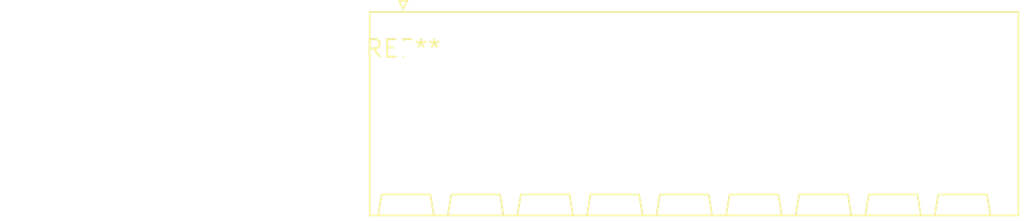
<source format=kicad_pcb>
(kicad_pcb (version 20240108) (generator pcbnew)
  (layers (0 "F.Cu" signal) (31 "B.Cu" signal) (34 "B.Paste" user) (35 "F.Paste" user) (36 "B.SilkS" user "B.Silkscreen") (37 "F.SilkS" user "F.Silkscreen") (38 "B.Mask" user) (39 "F.Mask" user) (44 "Edge.Cuts" user))
  (net 0 "")
  (footprint "PhoenixContact_SPT_2.5_9-H-5.0_1x09_P5.0mm_Horizontal" (layer "F.Cu") (at 0 0)
    (property "Reference" "REF**")
    (property "Value" "PhoenixContact_SPT_2.5_9-H-5.0_1x09_P5.0mm_Horizontal")
    (fp_line (start -2.41 -2.64) (end 44.21 -2.64) (layer "F.SilkS") (stroke (width 0.12)))
    (fp_line (start -2.41 11.98) (end -2.41 -2.64) (layer "F.SilkS") (stroke (width 0.12)))
    (fp_line (start -1.8 11.98) (end -1.55 10.48) (layer "F.SilkS") (stroke (width 0.12)))
    (fp_line (start -1.55 10.48) (end 1.95 10.48) (layer "F.SilkS") (stroke (width 0.12)))
    (fp_line (start -0.3 -3.44) (end 0 -2.84) (layer "F.SilkS") (stroke (width 0.12)))
    (fp_line (start -0.3 -3.44) (end 0.3 -3.44) (layer "F.SilkS") (stroke (width 0.12)))
    (fp_line (start 0.3 -3.44) (end 0 -2.84) (layer "F.SilkS") (stroke (width 0.12)))
    (fp_line (start 2.2 11.98) (end 1.95 10.48) (layer "F.SilkS") (stroke (width 0.12)))
    (fp_line (start 3.2 11.98) (end 3.45 10.48) (layer "F.SilkS") (stroke (width 0.12)))
    (fp_line (start 3.45 10.48) (end 6.95 10.48) (layer "F.SilkS") (stroke (width 0.12)))
    (fp_line (start 7.2 11.98) (end 6.95 10.48) (layer "F.SilkS") (stroke (width 0.12)))
    (fp_line (start 8.2 11.98) (end 8.45 10.48) (layer "F.SilkS") (stroke (width 0.12)))
    (fp_line (start 8.45 10.48) (end 11.95 10.48) (layer "F.SilkS") (stroke (width 0.12)))
    (fp_line (start 12.2 11.98) (end 11.95 10.48) (layer "F.SilkS") (stroke (width 0.12)))
    (fp_line (start 13.2 11.98) (end 13.45 10.48) (layer "F.SilkS") (stroke (width 0.12)))
    (fp_line (start 13.45 10.48) (end 16.95 10.48) (layer "F.SilkS") (stroke (width 0.12)))
    (fp_line (start 17.2 11.98) (end 16.95 10.48) (layer "F.SilkS") (stroke (width 0.12)))
    (fp_line (start 18.2 11.98) (end 18.45 10.48) (layer "F.SilkS") (stroke (width 0.12)))
    (fp_line (start 18.45 10.48) (end 21.95 10.48) (layer "F.SilkS") (stroke (width 0.12)))
    (fp_line (start 22.2 11.98) (end 21.95 10.48) (layer "F.SilkS") (stroke (width 0.12)))
    (fp_line (start 23.2 11.98) (end 23.45 10.48) (layer "F.SilkS") (stroke (width 0.12)))
    (fp_line (start 23.45 10.48) (end 26.95 10.48) (layer "F.SilkS") (stroke (width 0.12)))
    (fp_line (start 27.2 11.98) (end 26.95 10.48) (layer "F.SilkS") (stroke (width 0.12)))
    (fp_line (start 28.2 11.98) (end 28.45 10.48) (layer "F.SilkS") (stroke (width 0.12)))
    (fp_line (start 28.45 10.48) (end 31.95 10.48) (layer "F.SilkS") (stroke (width 0.12)))
    (fp_line (start 32.2 11.98) (end 31.95 10.48) (layer "F.SilkS") (stroke (width 0.12)))
    (fp_line (start 33.2 11.98) (end 33.45 10.48) (layer "F.SilkS") (stroke (width 0.12)))
    (fp_line (start 33.45 10.48) (end 36.95 10.48) (layer "F.SilkS") (stroke (width 0.12)))
    (fp_line (start 37.2 11.98) (end 36.95 10.48) (layer "F.SilkS") (stroke (width 0.12)))
    (fp_line (start 38.2 11.98) (end 38.45 10.48) (layer "F.SilkS") (stroke (width 0.12)))
    (fp_line (start 38.45 10.48) (end 41.95 10.48) (layer "F.SilkS") (stroke (width 0.12)))
    (fp_line (start 42.2 11.98) (end 41.95 10.48) (layer "F.SilkS") (stroke (width 0.12)))
    (fp_line (start 44.21 -2.64) (end 44.21 11.98) (layer "F.SilkS") (stroke (width 0.12)))
    (fp_line (start 44.21 11.98) (end -2.41 11.98) (layer "F.SilkS") (stroke (width 0.12)))
    (pad "1" thru_hole roundrect (at 0 0) (size 1.8 3.3) (drill 1.1) (layers *.Cu *.Mask) (remove_unused_layers) (roundrect_rratio 0.138889))
    (pad "1" thru_hole roundrect (at 0 8.2) (size 1.8 3.3) (drill 1.1) (layers *.Cu *.Mask) (remove_unused_layers) (roundrect_rratio 0.138889))
    (pad "2" thru_hole oval (at 5 0) (size 1.8 3.3) (drill 1.1) (layers *.Cu *.Mask) (remove_unused_layers))
    (pad "2" thru_hole oval (at 5 8.2) (size 1.8 3.3) (drill 1.1) (layers *.Cu *.Mask) (remove_unused_layers))
    (pad "3" thru_hole oval (at 10 0) (size 1.8 3.3) (drill 1.1) (layers *.Cu *.Mask) (remove_unused_layers))
    (pad "3" thru_hole oval (at 10 8.2) (size 1.8 3.3) (drill 1.1) (layers *.Cu *.Mask) (remove_unused_layers))
    (pad "4" thru_hole oval (at 15 0) (size 1.8 3.3) (drill 1.1) (layers *.Cu *.Mask) (remove_unused_layers))
    (pad "4" thru_hole oval (at 15 8.2) (size 1.8 3.3) (drill 1.1) (layers *.Cu *.Mask) (remove_unused_layers))
    (pad "5" thru_hole oval (at 20 0) (size 1.8 3.3) (drill 1.1) (layers *.Cu *.Mask) (remove_unused_layers))
    (pad "5" thru_hole oval (at 20 8.2) (size 1.8 3.3) (drill 1.1) (layers *.Cu *.Mask) (remove_unused_layers))
    (pad "6" thru_hole oval (at 25 0) (size 1.8 3.3) (drill 1.1) (layers *.Cu *.Mask) (remove_unused_layers))
    (pad "6" thru_hole oval (at 25 8.2) (size 1.8 3.3) (drill 1.1) (layers *.Cu *.Mask) (remove_unused_layers))
    (pad "7" thru_hole oval (at 30 0) (size 1.8 3.3) (drill 1.1) (layers *.Cu *.Mask) (remove_unused_layers))
    (pad "7" thru_hole oval (at 30 8.2) (size 1.8 3.3) (drill 1.1) (layers *.Cu *.Mask) (remove_unused_layers))
    (pad "8" thru_hole oval (at 35 0) (size 1.8 3.3) (drill 1.1) (layers *.Cu *.Mask) (remove_unused_layers))
    (pad "8" thru_hole oval (at 35 8.2) (size 1.8 3.3) (drill 1.1) (layers *.Cu *.Mask) (remove_unused_layers))
    (pad "9" thru_hole oval (at 40 0) (size 1.8 3.3) (drill 1.1) (layers *.Cu *.Mask) (remove_unused_layers))
    (pad "9" thru_hole oval (at 40 8.2) (size 1.8 3.3) (drill 1.1) (layers *.Cu *.Mask) (remove_unused_layers))
  )
)
</source>
